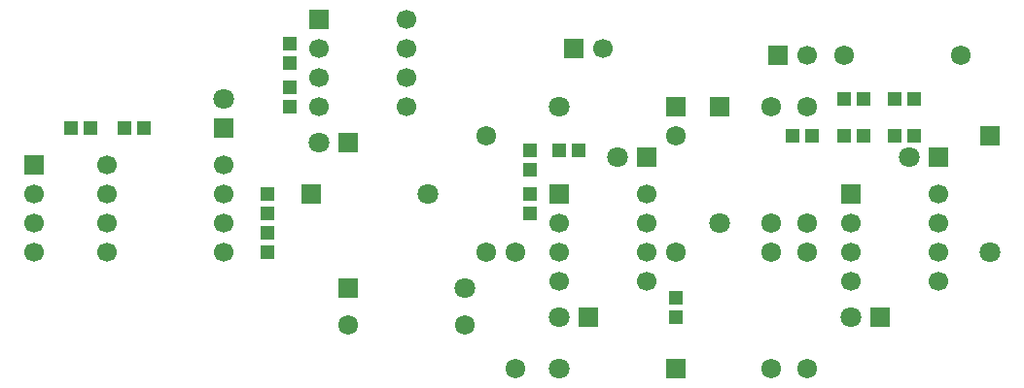
<source format=gbr>
G04 DipTrace 3.1.0.1*
G04 BottomMask.gbr*
%MOIN*%
G04 #@! TF.FileFunction,Soldermask,Bot*
G04 #@! TF.Part,Single*
%ADD30C,0.066929*%
%ADD32R,0.051181X0.047244*%
%ADD34R,0.047244X0.051181*%
%ADD36C,0.067874*%
%ADD38C,0.067874*%
%ADD40C,0.066929*%
%ADD42R,0.066929X0.066929*%
%ADD44R,0.070866X0.070866*%
%ADD46C,0.070866*%
%FSLAX26Y26*%
G04*
G70*
G90*
G75*
G01*
G04 BotMask*
%LPD*%
D46*
X1943701Y1193701D3*
D44*
X1543701D3*
D46*
X2068701Y868701D3*
D44*
X1668701D3*
D46*
X2393701Y593701D3*
D44*
X2793701D3*
D46*
X2393701Y1493701D3*
D44*
X2793701D3*
D46*
X2943701Y1093701D3*
D44*
Y1493701D3*
D46*
X3868701Y993701D3*
D44*
Y1393701D3*
D46*
X2593701Y1318701D3*
D44*
X2693701D3*
D46*
X3593701D3*
D44*
X3693701D3*
D46*
X2393701Y768701D3*
D44*
X2493701D3*
D46*
X3393701D3*
D44*
X3493701D3*
D46*
X1568701Y1368701D3*
D44*
X1668701D3*
D42*
X2443701Y1693701D3*
D40*
X2543701D3*
D42*
X3143701Y1668701D3*
D40*
X3243701D3*
D42*
X593701Y1293701D3*
D40*
Y1193701D3*
Y1093701D3*
Y993701D3*
D38*
X2068701Y743701D3*
D36*
X1668701D3*
D38*
X2243701Y593701D3*
D36*
Y993701D3*
D34*
X2293701Y1193701D3*
Y1126772D3*
D38*
X2143701Y993701D3*
D36*
Y1393701D3*
D34*
X2293701Y1276772D3*
Y1343701D3*
D32*
X2393701D3*
X2460630D3*
D34*
X2793701Y768701D3*
Y835630D3*
D38*
Y1393701D3*
D36*
Y993701D3*
D38*
X3118701Y1093701D3*
D36*
Y1493701D3*
D38*
X3243701Y993701D3*
D36*
Y593701D3*
D38*
X3118701Y993701D3*
D36*
Y593701D3*
D38*
X3243701Y1493701D3*
D36*
Y1093701D3*
D32*
X3193701Y1393701D3*
X3260630D3*
X3368701Y1518701D3*
X3435630D3*
X3368701Y1393701D3*
X3435630D3*
X3543701Y1518701D3*
X3610630D3*
X3543701Y1393701D3*
X3610630D3*
D38*
X3368701Y1668701D3*
D36*
X3768701D3*
D34*
X1468701Y1493701D3*
Y1560630D3*
Y1643701D3*
Y1710630D3*
D42*
X2393701Y1193701D3*
D40*
Y1093701D3*
Y993701D3*
Y893701D3*
X2693701D3*
Y993701D3*
Y1093701D3*
Y1193701D3*
D42*
X3393701D3*
D40*
Y1093701D3*
Y993701D3*
Y893701D3*
X3693701D3*
Y993701D3*
Y1093701D3*
Y1193701D3*
D42*
X1568701Y1793701D3*
D40*
Y1693701D3*
Y1593701D3*
Y1493701D3*
X1868701D3*
Y1593701D3*
Y1693701D3*
Y1793701D3*
D30*
X843701Y1293701D3*
Y1193701D3*
Y1093701D3*
Y993701D3*
X1243701D3*
Y1093701D3*
Y1193701D3*
Y1293701D3*
D34*
X1393701Y1126772D3*
Y1193701D3*
Y993701D3*
Y1060630D3*
D32*
X968701Y1418701D3*
X901772D3*
X718701D3*
X785630D3*
D46*
X1243701Y1518701D3*
D44*
Y1418701D3*
M02*

</source>
